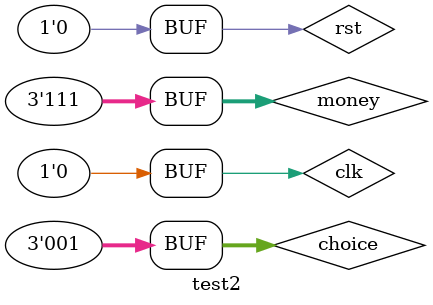
<source format=v>
`timescale 1ns / 1ps


module test2;

	// Inputs
	reg clk;
	reg rst;
	reg [2:0] choice;
	reg [2:0] money;

	// Outputs
	wire [2:0] item1;
	wire [2:0] available_item1;
	wire [2:0] remaining_money1;

	// Instantiate the Unit Under Test (UUT)
	main uut (
		.clk(clk), 
		.rst(rst), 
		.choice(choice), 
		.money(money), 
		.item1(item1), 
		.available_item1(available_item1), 
		.remaining_money1(remaining_money1)
	);

	initial begin
		// Initialize Inputs
		clk = 0;
		rst = 1;
		choice = 0;
		money = 7;

		// Wait 100 ns for global reset to finish
		#100;
		rst=0;
		choice=1;
		#500;
		choice=3;
		#200;
		choice=1;
		
        
		// Add stimulus here

	end
      
endmodule


</source>
